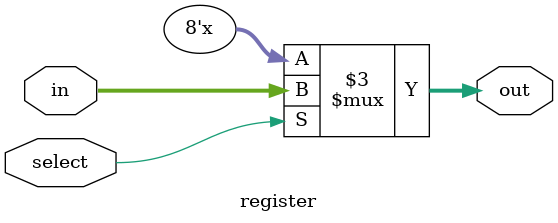
<source format=v>
`timescale 1ns / 100ps

module register(

	input [7:0] in,
	input select,
	output reg [7:0] out
	);

always @(select or in)
	begin
	#1 if (select)
		begin
		out = in;
		end
	end

endmodule

</source>
